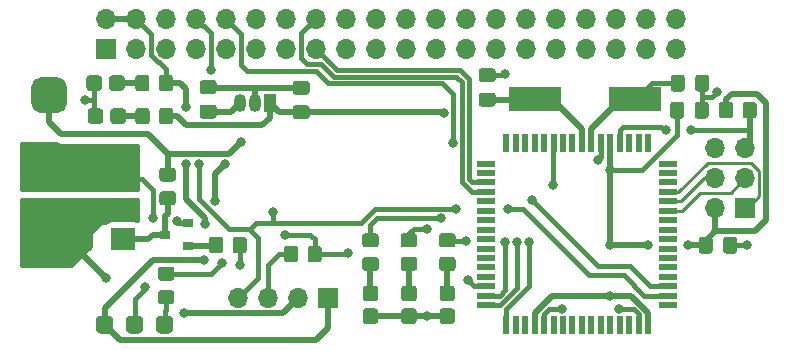
<source format=gbr>
%TF.GenerationSoftware,KiCad,Pcbnew,(5.1.9)-1*%
%TF.CreationDate,2021-04-18T22:54:53+10:00*%
%TF.ProjectId,FlightBridgePCB,466c6967-6874-4427-9269-646765504342,rev?*%
%TF.SameCoordinates,Original*%
%TF.FileFunction,Copper,L1,Top*%
%TF.FilePolarity,Positive*%
%FSLAX46Y46*%
G04 Gerber Fmt 4.6, Leading zero omitted, Abs format (unit mm)*
G04 Created by KiCad (PCBNEW (5.1.9)-1) date 2021-04-18 22:54:53*
%MOMM*%
%LPD*%
G01*
G04 APERTURE LIST*
%TA.AperFunction,SMDPad,CuDef*%
%ADD10R,0.550000X1.500000*%
%TD*%
%TA.AperFunction,SMDPad,CuDef*%
%ADD11R,1.500000X0.550000*%
%TD*%
%TA.AperFunction,ComponentPad*%
%ADD12O,1.700000X1.700000*%
%TD*%
%TA.AperFunction,ComponentPad*%
%ADD13R,1.700000X1.700000*%
%TD*%
%TA.AperFunction,SMDPad,CuDef*%
%ADD14R,0.900000X0.800000*%
%TD*%
%TA.AperFunction,ComponentPad*%
%ADD15O,2.000000X1.905000*%
%TD*%
%TA.AperFunction,ComponentPad*%
%ADD16R,2.000000X1.905000*%
%TD*%
%TA.AperFunction,ComponentPad*%
%ADD17R,1.050000X1.500000*%
%TD*%
%TA.AperFunction,ComponentPad*%
%ADD18O,1.050000X1.500000*%
%TD*%
%TA.AperFunction,SMDPad,CuDef*%
%ADD19R,4.500000X2.000000*%
%TD*%
%TA.AperFunction,ViaPad*%
%ADD20C,0.800000*%
%TD*%
%TA.AperFunction,Conductor*%
%ADD21C,0.508000*%
%TD*%
%TA.AperFunction,Conductor*%
%ADD22C,0.381000*%
%TD*%
%TA.AperFunction,Conductor*%
%ADD23C,0.254000*%
%TD*%
%TA.AperFunction,Conductor*%
%ADD24C,0.100000*%
%TD*%
G04 APERTURE END LIST*
%TO.P,C8,2*%
%TO.N,GND*%
%TA.AperFunction,SMDPad,CuDef*%
G36*
G01*
X170862500Y-89883000D02*
X170862500Y-88933000D01*
G75*
G02*
X171112500Y-88683000I250000J0D01*
G01*
X171787500Y-88683000D01*
G75*
G02*
X172037500Y-88933000I0J-250000D01*
G01*
X172037500Y-89883000D01*
G75*
G02*
X171787500Y-90133000I-250000J0D01*
G01*
X171112500Y-90133000D01*
G75*
G02*
X170862500Y-89883000I0J250000D01*
G01*
G37*
%TD.AperFunction*%
%TO.P,C8,1*%
%TO.N,+3V3*%
%TA.AperFunction,SMDPad,CuDef*%
G36*
G01*
X168787500Y-89883000D02*
X168787500Y-88933000D01*
G75*
G02*
X169037500Y-88683000I250000J0D01*
G01*
X169712500Y-88683000D01*
G75*
G02*
X169962500Y-88933000I0J-250000D01*
G01*
X169962500Y-89883000D01*
G75*
G02*
X169712500Y-90133000I-250000J0D01*
G01*
X169037500Y-90133000D01*
G75*
G02*
X168787500Y-89883000I0J250000D01*
G01*
G37*
%TD.AperFunction*%
%TD*%
%TO.P,C7,2*%
%TO.N,GND*%
%TA.AperFunction,SMDPad,CuDef*%
G36*
G01*
X168449500Y-78453000D02*
X168449500Y-77503000D01*
G75*
G02*
X168699500Y-77253000I250000J0D01*
G01*
X169374500Y-77253000D01*
G75*
G02*
X169624500Y-77503000I0J-250000D01*
G01*
X169624500Y-78453000D01*
G75*
G02*
X169374500Y-78703000I-250000J0D01*
G01*
X168699500Y-78703000D01*
G75*
G02*
X168449500Y-78453000I0J250000D01*
G01*
G37*
%TD.AperFunction*%
%TO.P,C7,1*%
%TO.N,+3V3*%
%TA.AperFunction,SMDPad,CuDef*%
G36*
G01*
X166374500Y-78453000D02*
X166374500Y-77503000D01*
G75*
G02*
X166624500Y-77253000I250000J0D01*
G01*
X167299500Y-77253000D01*
G75*
G02*
X167549500Y-77503000I0J-250000D01*
G01*
X167549500Y-78453000D01*
G75*
G02*
X167299500Y-78703000I-250000J0D01*
G01*
X166624500Y-78703000D01*
G75*
G02*
X166374500Y-78453000I0J250000D01*
G01*
G37*
%TD.AperFunction*%
%TD*%
D10*
%TO.P,U1,64*%
%TO.N,+3V3*%
X164500000Y-96200000D03*
%TO.P,U1,63*%
%TO.N,GND*%
X163700000Y-96200000D03*
%TO.P,U1,62*%
%TO.N,Net-(U1-Pad62)*%
X162900000Y-96200000D03*
%TO.P,U1,61*%
%TO.N,Net-(U1-Pad61)*%
X162100000Y-96200000D03*
%TO.P,U1,60*%
%TO.N,Net-(U1-Pad60)*%
X161300000Y-96200000D03*
%TO.P,U1,59*%
%TO.N,Net-(U1-Pad59)*%
X160500000Y-96200000D03*
%TO.P,U1,58*%
%TO.N,Net-(U1-Pad58)*%
X159700000Y-96200000D03*
%TO.P,U1,57*%
%TO.N,Net-(U1-Pad57)*%
X158900000Y-96200000D03*
%TO.P,U1,56*%
%TO.N,Net-(U1-Pad56)*%
X158100000Y-96200000D03*
%TO.P,U1,55*%
%TO.N,Net-(U1-Pad55)*%
X157300000Y-96200000D03*
%TO.P,U1,54*%
%TO.N,Net-(U1-Pad54)*%
X156500000Y-96200000D03*
%TO.P,U1,53*%
%TO.N,GND*%
X155700000Y-96200000D03*
%TO.P,U1,52*%
%TO.N,+3V3*%
X154900000Y-96200000D03*
%TO.P,U1,51*%
%TO.N,Net-(U1-Pad51)*%
X154100000Y-96200000D03*
%TO.P,U1,50*%
%TO.N,Net-(U1-Pad50)*%
X153300000Y-96200000D03*
%TO.P,U1,49*%
%TO.N,A*%
X152500000Y-96200000D03*
D11*
%TO.P,U1,48*%
%TO.N,R*%
X150800000Y-94500000D03*
%TO.P,U1,47*%
%TO.N,N*%
X150800000Y-93700000D03*
%TO.P,U1,46*%
%TO.N,~POWER_EN~*%
X150800000Y-92900000D03*
%TO.P,U1,45*%
%TO.N,Net-(U1-Pad45)*%
X150800000Y-92100000D03*
%TO.P,U1,44*%
%TO.N,Net-(U1-Pad44)*%
X150800000Y-91300000D03*
%TO.P,U1,43*%
%TO.N,Net-(U1-Pad43)*%
X150800000Y-90500000D03*
%TO.P,U1,42*%
%TO.N,Net-(U1-Pad42)*%
X150800000Y-89700000D03*
%TO.P,U1,41*%
%TO.N,Net-(U1-Pad41)*%
X150800000Y-88900000D03*
%TO.P,U1,40*%
%TO.N,Net-(U1-Pad40)*%
X150800000Y-88100000D03*
%TO.P,U1,39*%
%TO.N,Net-(U1-Pad39)*%
X150800000Y-87300000D03*
%TO.P,U1,38*%
%TO.N,Net-(U1-Pad38)*%
X150800000Y-86500000D03*
%TO.P,U1,37*%
%TO.N,Net-(U1-Pad37)*%
X150800000Y-85700000D03*
%TO.P,U1,36*%
%TO.N,SUPERVISOR_RESET*%
X150800000Y-84900000D03*
%TO.P,U1,35*%
%TO.N,ABORT*%
X150800000Y-84100000D03*
%TO.P,U1,34*%
%TO.N,Net-(U1-Pad34)*%
X150800000Y-83300000D03*
%TO.P,U1,33*%
%TO.N,Net-(U1-Pad33)*%
X150800000Y-82500000D03*
D10*
%TO.P,U1,32*%
%TO.N,Net-(U1-Pad32)*%
X152500000Y-80800000D03*
%TO.P,U1,31*%
%TO.N,Net-(U1-Pad31)*%
X153300000Y-80800000D03*
%TO.P,U1,30*%
%TO.N,Net-(U1-Pad30)*%
X154100000Y-80800000D03*
%TO.P,U1,29*%
%TO.N,Net-(U1-Pad29)*%
X154900000Y-80800000D03*
%TO.P,U1,28*%
%TO.N,Net-(U1-Pad28)*%
X155700000Y-80800000D03*
%TO.P,U1,27*%
%TO.N,UART_TELEM*%
X156500000Y-80800000D03*
%TO.P,U1,26*%
%TO.N,Net-(U1-Pad26)*%
X157300000Y-80800000D03*
%TO.P,U1,25*%
%TO.N,Net-(U1-Pad25)*%
X158100000Y-80800000D03*
%TO.P,U1,24*%
%TO.N,Net-(C1-Pad1)*%
X158900000Y-80800000D03*
%TO.P,U1,23*%
%TO.N,Net-(C2-Pad2)*%
X159700000Y-80800000D03*
%TO.P,U1,22*%
%TO.N,GND*%
X160500000Y-80800000D03*
%TO.P,U1,21*%
%TO.N,+3V3*%
X161300000Y-80800000D03*
%TO.P,U1,20*%
%TO.N,~RST~*%
X162100000Y-80800000D03*
%TO.P,U1,19*%
%TO.N,Net-(U1-Pad19)*%
X162900000Y-80800000D03*
%TO.P,U1,18*%
%TO.N,Net-(U1-Pad18)*%
X163700000Y-80800000D03*
%TO.P,U1,17*%
%TO.N,Net-(U1-Pad17)*%
X164500000Y-80800000D03*
D11*
%TO.P,U1,16*%
%TO.N,Net-(U1-Pad16)*%
X166200000Y-82500000D03*
%TO.P,U1,15*%
%TO.N,Net-(U1-Pad15)*%
X166200000Y-83300000D03*
%TO.P,U1,14*%
%TO.N,Net-(U1-Pad14)*%
X166200000Y-84100000D03*
%TO.P,U1,13*%
%TO.N,MISO*%
X166200000Y-84900000D03*
%TO.P,U1,12*%
%TO.N,MOSI*%
X166200000Y-85700000D03*
%TO.P,U1,11*%
%TO.N,SCK*%
X166200000Y-86500000D03*
%TO.P,U1,10*%
%TO.N,Net-(U1-Pad10)*%
X166200000Y-87300000D03*
%TO.P,U1,9*%
%TO.N,Net-(U1-Pad9)*%
X166200000Y-88100000D03*
%TO.P,U1,8*%
%TO.N,Net-(U1-Pad8)*%
X166200000Y-88900000D03*
%TO.P,U1,7*%
%TO.N,Net-(U1-Pad7)*%
X166200000Y-89700000D03*
%TO.P,U1,6*%
%TO.N,Net-(U1-Pad6)*%
X166200000Y-90500000D03*
%TO.P,U1,5*%
%TO.N,Net-(U1-Pad5)*%
X166200000Y-91300000D03*
%TO.P,U1,4*%
%TO.N,Net-(U1-Pad4)*%
X166200000Y-92100000D03*
%TO.P,U1,3*%
%TO.N,UART_TELEM_PI*%
X166200000Y-92900000D03*
%TO.P,U1,2*%
%TO.N,UART_SBUS*%
X166200000Y-93700000D03*
%TO.P,U1,1*%
%TO.N,Net-(U1-Pad1)*%
X166200000Y-94500000D03*
%TD*%
D12*
%TO.P,J3,4*%
%TO.N,UART_SBUS*%
X129794000Y-93853000D03*
%TO.P,J3,3*%
%TO.N,UART_TELEM_FC*%
X132334000Y-93853000D03*
%TO.P,J3,2*%
%TO.N,GND1*%
X134874000Y-93853000D03*
D13*
%TO.P,J3,1*%
%TO.N,+5V*%
X137414000Y-93853000D03*
%TD*%
%TO.P,C4,2*%
%TO.N,GND*%
%TA.AperFunction,SMDPad,CuDef*%
G36*
G01*
X135603000Y-76665500D02*
X134653000Y-76665500D01*
G75*
G02*
X134403000Y-76415500I0J250000D01*
G01*
X134403000Y-75740500D01*
G75*
G02*
X134653000Y-75490500I250000J0D01*
G01*
X135603000Y-75490500D01*
G75*
G02*
X135853000Y-75740500I0J-250000D01*
G01*
X135853000Y-76415500D01*
G75*
G02*
X135603000Y-76665500I-250000J0D01*
G01*
G37*
%TD.AperFunction*%
%TO.P,C4,1*%
%TO.N,+3V3*%
%TA.AperFunction,SMDPad,CuDef*%
G36*
G01*
X135603000Y-78740500D02*
X134653000Y-78740500D01*
G75*
G02*
X134403000Y-78490500I0J250000D01*
G01*
X134403000Y-77815500D01*
G75*
G02*
X134653000Y-77565500I250000J0D01*
G01*
X135603000Y-77565500D01*
G75*
G02*
X135853000Y-77815500I0J-250000D01*
G01*
X135853000Y-78490500D01*
G75*
G02*
X135603000Y-78740500I-250000J0D01*
G01*
G37*
%TD.AperFunction*%
%TD*%
%TO.P,C3,2*%
%TO.N,GND*%
%TA.AperFunction,SMDPad,CuDef*%
G36*
G01*
X127729000Y-76612500D02*
X126779000Y-76612500D01*
G75*
G02*
X126529000Y-76362500I0J250000D01*
G01*
X126529000Y-75687500D01*
G75*
G02*
X126779000Y-75437500I250000J0D01*
G01*
X127729000Y-75437500D01*
G75*
G02*
X127979000Y-75687500I0J-250000D01*
G01*
X127979000Y-76362500D01*
G75*
G02*
X127729000Y-76612500I-250000J0D01*
G01*
G37*
%TD.AperFunction*%
%TO.P,C3,1*%
%TO.N,Vin*%
%TA.AperFunction,SMDPad,CuDef*%
G36*
G01*
X127729000Y-78687500D02*
X126779000Y-78687500D01*
G75*
G02*
X126529000Y-78437500I0J250000D01*
G01*
X126529000Y-77762500D01*
G75*
G02*
X126779000Y-77512500I250000J0D01*
G01*
X127729000Y-77512500D01*
G75*
G02*
X127979000Y-77762500I0J-250000D01*
G01*
X127979000Y-78437500D01*
G75*
G02*
X127729000Y-78687500I-250000J0D01*
G01*
G37*
%TD.AperFunction*%
%TD*%
D14*
%TO.P,Q2,3*%
%TO.N,Net-(Q1-Pad1)*%
X123587000Y-88519000D03*
%TO.P,Q2,2*%
%TO.N,GND*%
X125587000Y-87569000D03*
%TO.P,Q2,1*%
%TO.N,Net-(Q2-Pad1)*%
X125587000Y-89469000D03*
%TD*%
%TO.P,J4,3*%
%TO.N,UART_TELEM_EXT*%
%TA.AperFunction,SMDPad,CuDef*%
G36*
G01*
X122821000Y-96514000D02*
X122821000Y-95764000D01*
G75*
G02*
X123196000Y-95389000I375000J0D01*
G01*
X123946000Y-95389000D01*
G75*
G02*
X124321000Y-95764000I0J-375000D01*
G01*
X124321000Y-96514000D01*
G75*
G02*
X123946000Y-96889000I-375000J0D01*
G01*
X123196000Y-96889000D01*
G75*
G02*
X122821000Y-96514000I0J375000D01*
G01*
G37*
%TD.AperFunction*%
%TO.P,J4,2*%
%TO.N,GND*%
%TA.AperFunction,SMDPad,CuDef*%
G36*
G01*
X120281000Y-96514000D02*
X120281000Y-95764000D01*
G75*
G02*
X120656000Y-95389000I375000J0D01*
G01*
X121406000Y-95389000D01*
G75*
G02*
X121781000Y-95764000I0J-375000D01*
G01*
X121781000Y-96514000D01*
G75*
G02*
X121406000Y-96889000I-375000J0D01*
G01*
X120656000Y-96889000D01*
G75*
G02*
X120281000Y-96514000I0J375000D01*
G01*
G37*
%TD.AperFunction*%
%TO.P,J4,1*%
%TO.N,+5V*%
%TA.AperFunction,SMDPad,CuDef*%
G36*
G01*
X117741000Y-96514000D02*
X117741000Y-95764000D01*
G75*
G02*
X118116000Y-95389000I375000J0D01*
G01*
X118866000Y-95389000D01*
G75*
G02*
X119241000Y-95764000I0J-375000D01*
G01*
X119241000Y-96514000D01*
G75*
G02*
X118866000Y-96889000I-375000J0D01*
G01*
X118116000Y-96889000D01*
G75*
G02*
X117741000Y-96514000I0J375000D01*
G01*
G37*
%TD.AperFunction*%
%TD*%
%TO.P,J5,3*%
%TO.N,Vin*%
%TA.AperFunction,ComponentPad*%
G36*
G01*
X114542000Y-78208000D02*
X113042000Y-78208000D01*
G75*
G02*
X112292000Y-77458000I0J750000D01*
G01*
X112292000Y-75958000D01*
G75*
G02*
X113042000Y-75208000I750000J0D01*
G01*
X114542000Y-75208000D01*
G75*
G02*
X115292000Y-75958000I0J-750000D01*
G01*
X115292000Y-77458000D01*
G75*
G02*
X114542000Y-78208000I-750000J0D01*
G01*
G37*
%TD.AperFunction*%
%TO.P,J5,2*%
%TO.N,GND*%
%TA.AperFunction,ComponentPad*%
G36*
G01*
X114542000Y-84558000D02*
X113042000Y-84558000D01*
G75*
G02*
X112292000Y-83808000I0J750000D01*
G01*
X112292000Y-82308000D01*
G75*
G02*
X113042000Y-81558000I750000J0D01*
G01*
X114542000Y-81558000D01*
G75*
G02*
X115292000Y-82308000I0J-750000D01*
G01*
X115292000Y-83808000D01*
G75*
G02*
X114542000Y-84558000I-750000J0D01*
G01*
G37*
%TD.AperFunction*%
%TO.P,J5,1*%
%TO.N,GND1*%
%TA.AperFunction,ComponentPad*%
G36*
G01*
X114542000Y-90908000D02*
X113042000Y-90908000D01*
G75*
G02*
X112292000Y-90158000I0J750000D01*
G01*
X112292000Y-88658000D01*
G75*
G02*
X113042000Y-87908000I750000J0D01*
G01*
X114542000Y-87908000D01*
G75*
G02*
X115292000Y-88658000I0J-750000D01*
G01*
X115292000Y-90158000D01*
G75*
G02*
X114542000Y-90908000I-750000J0D01*
G01*
G37*
%TD.AperFunction*%
%TD*%
D15*
%TO.P,Q1,3*%
%TO.N,GND*%
X120015000Y-83820000D03*
%TO.P,Q1,2*%
%TO.N,GND1*%
X120015000Y-86360000D03*
D16*
%TO.P,Q1,1*%
%TO.N,Net-(Q1-Pad1)*%
X120015000Y-88900000D03*
%TD*%
%TO.P,R10,2*%
%TO.N,~POWER_EN~*%
%TA.AperFunction,SMDPad,CuDef*%
G36*
G01*
X129321000Y-89858001D02*
X129321000Y-88957999D01*
G75*
G02*
X129570999Y-88708000I249999J0D01*
G01*
X130271001Y-88708000D01*
G75*
G02*
X130521000Y-88957999I0J-249999D01*
G01*
X130521000Y-89858001D01*
G75*
G02*
X130271001Y-90108000I-249999J0D01*
G01*
X129570999Y-90108000D01*
G75*
G02*
X129321000Y-89858001I0J249999D01*
G01*
G37*
%TD.AperFunction*%
%TO.P,R10,1*%
%TO.N,Net-(Q2-Pad1)*%
%TA.AperFunction,SMDPad,CuDef*%
G36*
G01*
X127321000Y-89858001D02*
X127321000Y-88957999D01*
G75*
G02*
X127570999Y-88708000I249999J0D01*
G01*
X128271001Y-88708000D01*
G75*
G02*
X128521000Y-88957999I0J-249999D01*
G01*
X128521000Y-89858001D01*
G75*
G02*
X128271001Y-90108000I-249999J0D01*
G01*
X127570999Y-90108000D01*
G75*
G02*
X127321000Y-89858001I0J249999D01*
G01*
G37*
%TD.AperFunction*%
%TD*%
%TO.P,R9,2*%
%TO.N,Net-(Q1-Pad1)*%
%TA.AperFunction,SMDPad,CuDef*%
G36*
G01*
X123374999Y-84839000D02*
X124275001Y-84839000D01*
G75*
G02*
X124525000Y-85088999I0J-249999D01*
G01*
X124525000Y-85789001D01*
G75*
G02*
X124275001Y-86039000I-249999J0D01*
G01*
X123374999Y-86039000D01*
G75*
G02*
X123125000Y-85789001I0J249999D01*
G01*
X123125000Y-85088999D01*
G75*
G02*
X123374999Y-84839000I249999J0D01*
G01*
G37*
%TD.AperFunction*%
%TO.P,R9,1*%
%TO.N,Vin*%
%TA.AperFunction,SMDPad,CuDef*%
G36*
G01*
X123374999Y-82839000D02*
X124275001Y-82839000D01*
G75*
G02*
X124525000Y-83088999I0J-249999D01*
G01*
X124525000Y-83789001D01*
G75*
G02*
X124275001Y-84039000I-249999J0D01*
G01*
X123374999Y-84039000D01*
G75*
G02*
X123125000Y-83789001I0J249999D01*
G01*
X123125000Y-83088999D01*
G75*
G02*
X123374999Y-82839000I249999J0D01*
G01*
G37*
%TD.AperFunction*%
%TD*%
D17*
%TO.P,U2,1*%
%TO.N,+3V3*%
X132461000Y-77343000D03*
D18*
%TO.P,U2,3*%
%TO.N,Vin*%
X129921000Y-77343000D03*
%TO.P,U2,2*%
%TO.N,GND*%
X131191000Y-77343000D03*
%TD*%
D12*
%TO.P,J2,6*%
%TO.N,GND*%
X170210000Y-81170000D03*
%TO.P,J2,5*%
%TO.N,~RST~*%
X172750000Y-81170000D03*
%TO.P,J2,4*%
%TO.N,MOSI*%
X170210000Y-83710000D03*
%TO.P,J2,3*%
%TO.N,SCK*%
X172750000Y-83710000D03*
%TO.P,J2,2*%
%TO.N,+3V3*%
X170210000Y-86250000D03*
D13*
%TO.P,J2,1*%
%TO.N,MISO*%
X172750000Y-86250000D03*
%TD*%
%TO.P,R8,2*%
%TO.N,UART_TELEM_EXT*%
%TA.AperFunction,SMDPad,CuDef*%
G36*
G01*
X123247999Y-93221000D02*
X124148001Y-93221000D01*
G75*
G02*
X124398000Y-93470999I0J-249999D01*
G01*
X124398000Y-94171001D01*
G75*
G02*
X124148001Y-94421000I-249999J0D01*
G01*
X123247999Y-94421000D01*
G75*
G02*
X122998000Y-94171001I0J249999D01*
G01*
X122998000Y-93470999D01*
G75*
G02*
X123247999Y-93221000I249999J0D01*
G01*
G37*
%TD.AperFunction*%
%TO.P,R8,1*%
%TO.N,UART_TELEM*%
%TA.AperFunction,SMDPad,CuDef*%
G36*
G01*
X123247999Y-91221000D02*
X124148001Y-91221000D01*
G75*
G02*
X124398000Y-91470999I0J-249999D01*
G01*
X124398000Y-92171001D01*
G75*
G02*
X124148001Y-92421000I-249999J0D01*
G01*
X123247999Y-92421000D01*
G75*
G02*
X122998000Y-92171001I0J249999D01*
G01*
X122998000Y-91470999D01*
G75*
G02*
X123247999Y-91221000I249999J0D01*
G01*
G37*
%TD.AperFunction*%
%TD*%
%TO.P,R7,2*%
%TO.N,UART_TELEM*%
%TA.AperFunction,SMDPad,CuDef*%
G36*
G01*
X135671000Y-90620001D02*
X135671000Y-89719999D01*
G75*
G02*
X135920999Y-89470000I249999J0D01*
G01*
X136621001Y-89470000D01*
G75*
G02*
X136871000Y-89719999I0J-249999D01*
G01*
X136871000Y-90620001D01*
G75*
G02*
X136621001Y-90870000I-249999J0D01*
G01*
X135920999Y-90870000D01*
G75*
G02*
X135671000Y-90620001I0J249999D01*
G01*
G37*
%TD.AperFunction*%
%TO.P,R7,1*%
%TO.N,UART_TELEM_FC*%
%TA.AperFunction,SMDPad,CuDef*%
G36*
G01*
X133671000Y-90620001D02*
X133671000Y-89719999D01*
G75*
G02*
X133920999Y-89470000I249999J0D01*
G01*
X134621001Y-89470000D01*
G75*
G02*
X134871000Y-89719999I0J-249999D01*
G01*
X134871000Y-90620001D01*
G75*
G02*
X134621001Y-90870000I-249999J0D01*
G01*
X133920999Y-90870000D01*
G75*
G02*
X133671000Y-90620001I0J249999D01*
G01*
G37*
%TD.AperFunction*%
%TD*%
%TO.P,R6,2*%
%TO.N,Net-(D5-Pad2)*%
%TA.AperFunction,SMDPad,CuDef*%
G36*
G01*
X122282000Y-75241999D02*
X122282000Y-76142001D01*
G75*
G02*
X122032001Y-76392000I-249999J0D01*
G01*
X121331999Y-76392000D01*
G75*
G02*
X121082000Y-76142001I0J249999D01*
G01*
X121082000Y-75241999D01*
G75*
G02*
X121331999Y-74992000I249999J0D01*
G01*
X122032001Y-74992000D01*
G75*
G02*
X122282000Y-75241999I0J-249999D01*
G01*
G37*
%TD.AperFunction*%
%TO.P,R6,1*%
%TO.N,+5V*%
%TA.AperFunction,SMDPad,CuDef*%
G36*
G01*
X124282000Y-75241999D02*
X124282000Y-76142001D01*
G75*
G02*
X124032001Y-76392000I-249999J0D01*
G01*
X123331999Y-76392000D01*
G75*
G02*
X123082000Y-76142001I0J249999D01*
G01*
X123082000Y-75241999D01*
G75*
G02*
X123331999Y-74992000I249999J0D01*
G01*
X124032001Y-74992000D01*
G75*
G02*
X124282000Y-75241999I0J-249999D01*
G01*
G37*
%TD.AperFunction*%
%TD*%
%TO.P,R5,2*%
%TO.N,Net-(D4-Pad2)*%
%TA.AperFunction,SMDPad,CuDef*%
G36*
G01*
X122298000Y-78035999D02*
X122298000Y-78936001D01*
G75*
G02*
X122048001Y-79186000I-249999J0D01*
G01*
X121347999Y-79186000D01*
G75*
G02*
X121098000Y-78936001I0J249999D01*
G01*
X121098000Y-78035999D01*
G75*
G02*
X121347999Y-77786000I249999J0D01*
G01*
X122048001Y-77786000D01*
G75*
G02*
X122298000Y-78035999I0J-249999D01*
G01*
G37*
%TD.AperFunction*%
%TO.P,R5,1*%
%TO.N,+3V3*%
%TA.AperFunction,SMDPad,CuDef*%
G36*
G01*
X124298000Y-78035999D02*
X124298000Y-78936001D01*
G75*
G02*
X124048001Y-79186000I-249999J0D01*
G01*
X123347999Y-79186000D01*
G75*
G02*
X123098000Y-78936001I0J249999D01*
G01*
X123098000Y-78035999D01*
G75*
G02*
X123347999Y-77786000I249999J0D01*
G01*
X124048001Y-77786000D01*
G75*
G02*
X124298000Y-78035999I0J-249999D01*
G01*
G37*
%TD.AperFunction*%
%TD*%
%TO.P,R4,2*%
%TO.N,Net-(D3-Pad2)*%
%TA.AperFunction,SMDPad,CuDef*%
G36*
G01*
X147049999Y-90400000D02*
X147950001Y-90400000D01*
G75*
G02*
X148200000Y-90649999I0J-249999D01*
G01*
X148200000Y-91350001D01*
G75*
G02*
X147950001Y-91600000I-249999J0D01*
G01*
X147049999Y-91600000D01*
G75*
G02*
X146800000Y-91350001I0J249999D01*
G01*
X146800000Y-90649999D01*
G75*
G02*
X147049999Y-90400000I249999J0D01*
G01*
G37*
%TD.AperFunction*%
%TO.P,R4,1*%
%TO.N,N*%
%TA.AperFunction,SMDPad,CuDef*%
G36*
G01*
X147049999Y-88400000D02*
X147950001Y-88400000D01*
G75*
G02*
X148200000Y-88649999I0J-249999D01*
G01*
X148200000Y-89350001D01*
G75*
G02*
X147950001Y-89600000I-249999J0D01*
G01*
X147049999Y-89600000D01*
G75*
G02*
X146800000Y-89350001I0J249999D01*
G01*
X146800000Y-88649999D01*
G75*
G02*
X147049999Y-88400000I249999J0D01*
G01*
G37*
%TD.AperFunction*%
%TD*%
%TO.P,R3,2*%
%TO.N,Net-(D2-Pad2)*%
%TA.AperFunction,SMDPad,CuDef*%
G36*
G01*
X143803999Y-90400000D02*
X144704001Y-90400000D01*
G75*
G02*
X144954000Y-90649999I0J-249999D01*
G01*
X144954000Y-91350001D01*
G75*
G02*
X144704001Y-91600000I-249999J0D01*
G01*
X143803999Y-91600000D01*
G75*
G02*
X143554000Y-91350001I0J249999D01*
G01*
X143554000Y-90649999D01*
G75*
G02*
X143803999Y-90400000I249999J0D01*
G01*
G37*
%TD.AperFunction*%
%TO.P,R3,1*%
%TO.N,R*%
%TA.AperFunction,SMDPad,CuDef*%
G36*
G01*
X143803999Y-88400000D02*
X144704001Y-88400000D01*
G75*
G02*
X144954000Y-88649999I0J-249999D01*
G01*
X144954000Y-89350001D01*
G75*
G02*
X144704001Y-89600000I-249999J0D01*
G01*
X143803999Y-89600000D01*
G75*
G02*
X143554000Y-89350001I0J249999D01*
G01*
X143554000Y-88649999D01*
G75*
G02*
X143803999Y-88400000I249999J0D01*
G01*
G37*
%TD.AperFunction*%
%TD*%
%TO.P,R2,2*%
%TO.N,Net-(D1-Pad2)*%
%TA.AperFunction,SMDPad,CuDef*%
G36*
G01*
X140549999Y-90400000D02*
X141450001Y-90400000D01*
G75*
G02*
X141700000Y-90649999I0J-249999D01*
G01*
X141700000Y-91350001D01*
G75*
G02*
X141450001Y-91600000I-249999J0D01*
G01*
X140549999Y-91600000D01*
G75*
G02*
X140300000Y-91350001I0J249999D01*
G01*
X140300000Y-90649999D01*
G75*
G02*
X140549999Y-90400000I249999J0D01*
G01*
G37*
%TD.AperFunction*%
%TO.P,R2,1*%
%TO.N,A*%
%TA.AperFunction,SMDPad,CuDef*%
G36*
G01*
X140549999Y-88400000D02*
X141450001Y-88400000D01*
G75*
G02*
X141700000Y-88649999I0J-249999D01*
G01*
X141700000Y-89350001D01*
G75*
G02*
X141450001Y-89600000I-249999J0D01*
G01*
X140549999Y-89600000D01*
G75*
G02*
X140300000Y-89350001I0J249999D01*
G01*
X140300000Y-88649999D01*
G75*
G02*
X140549999Y-88400000I249999J0D01*
G01*
G37*
%TD.AperFunction*%
%TD*%
%TO.P,D5,2*%
%TO.N,Net-(D5-Pad2)*%
%TA.AperFunction,SMDPad,CuDef*%
G36*
G01*
X118864500Y-76092001D02*
X118864500Y-75291999D01*
G75*
G02*
X119114499Y-75042000I249999J0D01*
G01*
X119939501Y-75042000D01*
G75*
G02*
X120189500Y-75291999I0J-249999D01*
G01*
X120189500Y-76092001D01*
G75*
G02*
X119939501Y-76342000I-249999J0D01*
G01*
X119114499Y-76342000D01*
G75*
G02*
X118864500Y-76092001I0J249999D01*
G01*
G37*
%TD.AperFunction*%
%TO.P,D5,1*%
%TO.N,GND*%
%TA.AperFunction,SMDPad,CuDef*%
G36*
G01*
X116939500Y-76092001D02*
X116939500Y-75291999D01*
G75*
G02*
X117189499Y-75042000I249999J0D01*
G01*
X118014501Y-75042000D01*
G75*
G02*
X118264500Y-75291999I0J-249999D01*
G01*
X118264500Y-76092001D01*
G75*
G02*
X118014501Y-76342000I-249999J0D01*
G01*
X117189499Y-76342000D01*
G75*
G02*
X116939500Y-76092001I0J249999D01*
G01*
G37*
%TD.AperFunction*%
%TD*%
%TO.P,D4,2*%
%TO.N,Net-(D4-Pad2)*%
%TA.AperFunction,SMDPad,CuDef*%
G36*
G01*
X118971500Y-78886001D02*
X118971500Y-78085999D01*
G75*
G02*
X119221499Y-77836000I249999J0D01*
G01*
X120046501Y-77836000D01*
G75*
G02*
X120296500Y-78085999I0J-249999D01*
G01*
X120296500Y-78886001D01*
G75*
G02*
X120046501Y-79136000I-249999J0D01*
G01*
X119221499Y-79136000D01*
G75*
G02*
X118971500Y-78886001I0J249999D01*
G01*
G37*
%TD.AperFunction*%
%TO.P,D4,1*%
%TO.N,GND*%
%TA.AperFunction,SMDPad,CuDef*%
G36*
G01*
X117046500Y-78886001D02*
X117046500Y-78085999D01*
G75*
G02*
X117296499Y-77836000I249999J0D01*
G01*
X118121501Y-77836000D01*
G75*
G02*
X118371500Y-78085999I0J-249999D01*
G01*
X118371500Y-78886001D01*
G75*
G02*
X118121501Y-79136000I-249999J0D01*
G01*
X117296499Y-79136000D01*
G75*
G02*
X117046500Y-78886001I0J249999D01*
G01*
G37*
%TD.AperFunction*%
%TD*%
%TO.P,D3,2*%
%TO.N,Net-(D3-Pad2)*%
%TA.AperFunction,SMDPad,CuDef*%
G36*
G01*
X147900001Y-94162500D02*
X147099999Y-94162500D01*
G75*
G02*
X146850000Y-93912501I0J249999D01*
G01*
X146850000Y-93087499D01*
G75*
G02*
X147099999Y-92837500I249999J0D01*
G01*
X147900001Y-92837500D01*
G75*
G02*
X148150000Y-93087499I0J-249999D01*
G01*
X148150000Y-93912501D01*
G75*
G02*
X147900001Y-94162500I-249999J0D01*
G01*
G37*
%TD.AperFunction*%
%TO.P,D3,1*%
%TO.N,GND*%
%TA.AperFunction,SMDPad,CuDef*%
G36*
G01*
X147900001Y-96087500D02*
X147099999Y-96087500D01*
G75*
G02*
X146850000Y-95837501I0J249999D01*
G01*
X146850000Y-95012499D01*
G75*
G02*
X147099999Y-94762500I249999J0D01*
G01*
X147900001Y-94762500D01*
G75*
G02*
X148150000Y-95012499I0J-249999D01*
G01*
X148150000Y-95837501D01*
G75*
G02*
X147900001Y-96087500I-249999J0D01*
G01*
G37*
%TD.AperFunction*%
%TD*%
%TO.P,D2,2*%
%TO.N,Net-(D2-Pad2)*%
%TA.AperFunction,SMDPad,CuDef*%
G36*
G01*
X144654001Y-94162500D02*
X143853999Y-94162500D01*
G75*
G02*
X143604000Y-93912501I0J249999D01*
G01*
X143604000Y-93087499D01*
G75*
G02*
X143853999Y-92837500I249999J0D01*
G01*
X144654001Y-92837500D01*
G75*
G02*
X144904000Y-93087499I0J-249999D01*
G01*
X144904000Y-93912501D01*
G75*
G02*
X144654001Y-94162500I-249999J0D01*
G01*
G37*
%TD.AperFunction*%
%TO.P,D2,1*%
%TO.N,GND*%
%TA.AperFunction,SMDPad,CuDef*%
G36*
G01*
X144654001Y-96087500D02*
X143853999Y-96087500D01*
G75*
G02*
X143604000Y-95837501I0J249999D01*
G01*
X143604000Y-95012499D01*
G75*
G02*
X143853999Y-94762500I249999J0D01*
G01*
X144654001Y-94762500D01*
G75*
G02*
X144904000Y-95012499I0J-249999D01*
G01*
X144904000Y-95837501D01*
G75*
G02*
X144654001Y-96087500I-249999J0D01*
G01*
G37*
%TD.AperFunction*%
%TD*%
%TO.P,D1,2*%
%TO.N,Net-(D1-Pad2)*%
%TA.AperFunction,SMDPad,CuDef*%
G36*
G01*
X141400001Y-94162500D02*
X140599999Y-94162500D01*
G75*
G02*
X140350000Y-93912501I0J249999D01*
G01*
X140350000Y-93087499D01*
G75*
G02*
X140599999Y-92837500I249999J0D01*
G01*
X141400001Y-92837500D01*
G75*
G02*
X141650000Y-93087499I0J-249999D01*
G01*
X141650000Y-93912501D01*
G75*
G02*
X141400001Y-94162500I-249999J0D01*
G01*
G37*
%TD.AperFunction*%
%TO.P,D1,1*%
%TO.N,GND*%
%TA.AperFunction,SMDPad,CuDef*%
G36*
G01*
X141400001Y-96087500D02*
X140599999Y-96087500D01*
G75*
G02*
X140350000Y-95837501I0J249999D01*
G01*
X140350000Y-95012499D01*
G75*
G02*
X140599999Y-94762500I249999J0D01*
G01*
X141400001Y-94762500D01*
G75*
G02*
X141650000Y-95012499I0J-249999D01*
G01*
X141650000Y-95837501D01*
G75*
G02*
X141400001Y-96087500I-249999J0D01*
G01*
G37*
%TD.AperFunction*%
%TD*%
D19*
%TO.P,Y1,2*%
%TO.N,Net-(C2-Pad2)*%
X163389000Y-77000000D03*
%TO.P,Y1,1*%
%TO.N,Net-(C1-Pad1)*%
X154889000Y-77000000D03*
%TD*%
%TO.P,R1,2*%
%TO.N,~RST~*%
%TA.AperFunction,SMDPad,CuDef*%
G36*
G01*
X172501000Y-78428001D02*
X172501000Y-77527999D01*
G75*
G02*
X172750999Y-77278000I249999J0D01*
G01*
X173451001Y-77278000D01*
G75*
G02*
X173701000Y-77527999I0J-249999D01*
G01*
X173701000Y-78428001D01*
G75*
G02*
X173451001Y-78678000I-249999J0D01*
G01*
X172750999Y-78678000D01*
G75*
G02*
X172501000Y-78428001I0J249999D01*
G01*
G37*
%TD.AperFunction*%
%TO.P,R1,1*%
%TO.N,+3V3*%
%TA.AperFunction,SMDPad,CuDef*%
G36*
G01*
X170501000Y-78428001D02*
X170501000Y-77527999D01*
G75*
G02*
X170750999Y-77278000I249999J0D01*
G01*
X171451001Y-77278000D01*
G75*
G02*
X171701000Y-77527999I0J-249999D01*
G01*
X171701000Y-78428001D01*
G75*
G02*
X171451001Y-78678000I-249999J0D01*
G01*
X170750999Y-78678000D01*
G75*
G02*
X170501000Y-78428001I0J249999D01*
G01*
G37*
%TD.AperFunction*%
%TD*%
D12*
%TO.P,J1,40*%
%TO.N,Net-(J1-Pad40)*%
X166878000Y-70234000D03*
%TO.P,J1,39*%
%TO.N,GND1*%
X166878000Y-72774000D03*
%TO.P,J1,38*%
%TO.N,Net-(J1-Pad38)*%
X164338000Y-70234000D03*
%TO.P,J1,37*%
%TO.N,Net-(J1-Pad37)*%
X164338000Y-72774000D03*
%TO.P,J1,36*%
%TO.N,Net-(J1-Pad36)*%
X161798000Y-70234000D03*
%TO.P,J1,35*%
%TO.N,Net-(J1-Pad35)*%
X161798000Y-72774000D03*
%TO.P,J1,34*%
%TO.N,GND1*%
X159258000Y-70234000D03*
%TO.P,J1,33*%
%TO.N,Net-(J1-Pad33)*%
X159258000Y-72774000D03*
%TO.P,J1,32*%
%TO.N,Net-(J1-Pad32)*%
X156718000Y-70234000D03*
%TO.P,J1,31*%
%TO.N,Net-(J1-Pad31)*%
X156718000Y-72774000D03*
%TO.P,J1,30*%
%TO.N,GND1*%
X154178000Y-70234000D03*
%TO.P,J1,29*%
%TO.N,Net-(J1-Pad29)*%
X154178000Y-72774000D03*
%TO.P,J1,28*%
%TO.N,Net-(J1-Pad28)*%
X151638000Y-70234000D03*
%TO.P,J1,27*%
%TO.N,Net-(J1-Pad27)*%
X151638000Y-72774000D03*
%TO.P,J1,26*%
%TO.N,Net-(J1-Pad26)*%
X149098000Y-70234000D03*
%TO.P,J1,25*%
%TO.N,GND1*%
X149098000Y-72774000D03*
%TO.P,J1,24*%
%TO.N,Net-(J1-Pad24)*%
X146558000Y-70234000D03*
%TO.P,J1,23*%
%TO.N,Net-(J1-Pad23)*%
X146558000Y-72774000D03*
%TO.P,J1,22*%
%TO.N,Net-(J1-Pad22)*%
X144018000Y-70234000D03*
%TO.P,J1,21*%
%TO.N,Net-(J1-Pad21)*%
X144018000Y-72774000D03*
%TO.P,J1,20*%
%TO.N,GND1*%
X141478000Y-70234000D03*
%TO.P,J1,19*%
%TO.N,Net-(J1-Pad19)*%
X141478000Y-72774000D03*
%TO.P,J1,18*%
%TO.N,Net-(J1-Pad18)*%
X138938000Y-70234000D03*
%TO.P,J1,17*%
%TO.N,Net-(J1-Pad17)*%
X138938000Y-72774000D03*
%TO.P,J1,16*%
%TO.N,SUPERVISOR_RESET*%
X136398000Y-70234000D03*
%TO.P,J1,15*%
%TO.N,ABORT*%
X136398000Y-72774000D03*
%TO.P,J1,14*%
%TO.N,GND1*%
X133858000Y-70234000D03*
%TO.P,J1,13*%
%TO.N,Net-(J1-Pad13)*%
X133858000Y-72774000D03*
%TO.P,J1,12*%
%TO.N,Net-(J1-Pad12)*%
X131318000Y-70234000D03*
%TO.P,J1,11*%
%TO.N,Net-(J1-Pad11)*%
X131318000Y-72774000D03*
%TO.P,J1,10*%
%TO.N,UART_TELEM_PI*%
X128778000Y-70234000D03*
%TO.P,J1,9*%
%TO.N,GND1*%
X128778000Y-72774000D03*
%TO.P,J1,8*%
%TO.N,UART_SBUS*%
X126238000Y-70234000D03*
%TO.P,J1,7*%
%TO.N,Net-(J1-Pad7)*%
X126238000Y-72774000D03*
%TO.P,J1,6*%
%TO.N,GND1*%
X123698000Y-70234000D03*
%TO.P,J1,5*%
%TO.N,Net-(J1-Pad5)*%
X123698000Y-72774000D03*
%TO.P,J1,4*%
%TO.N,+5V*%
X121158000Y-70234000D03*
%TO.P,J1,3*%
%TO.N,Net-(J1-Pad3)*%
X121158000Y-72774000D03*
%TO.P,J1,2*%
%TO.N,+5V*%
X118618000Y-70234000D03*
D13*
%TO.P,J1,1*%
%TO.N,Net-(J1-Pad1)*%
X118618000Y-72774000D03*
%TD*%
%TO.P,C2,2*%
%TO.N,Net-(C2-Pad2)*%
%TA.AperFunction,SMDPad,CuDef*%
G36*
G01*
X167592500Y-75217000D02*
X167592500Y-76167000D01*
G75*
G02*
X167342500Y-76417000I-250000J0D01*
G01*
X166667500Y-76417000D01*
G75*
G02*
X166417500Y-76167000I0J250000D01*
G01*
X166417500Y-75217000D01*
G75*
G02*
X166667500Y-74967000I250000J0D01*
G01*
X167342500Y-74967000D01*
G75*
G02*
X167592500Y-75217000I0J-250000D01*
G01*
G37*
%TD.AperFunction*%
%TO.P,C2,1*%
%TO.N,GND*%
%TA.AperFunction,SMDPad,CuDef*%
G36*
G01*
X169667500Y-75217000D02*
X169667500Y-76167000D01*
G75*
G02*
X169417500Y-76417000I-250000J0D01*
G01*
X168742500Y-76417000D01*
G75*
G02*
X168492500Y-76167000I0J250000D01*
G01*
X168492500Y-75217000D01*
G75*
G02*
X168742500Y-74967000I250000J0D01*
G01*
X169417500Y-74967000D01*
G75*
G02*
X169667500Y-75217000I0J-250000D01*
G01*
G37*
%TD.AperFunction*%
%TD*%
%TO.P,C1,2*%
%TO.N,GND*%
%TA.AperFunction,SMDPad,CuDef*%
G36*
G01*
X151351000Y-75601500D02*
X150401000Y-75601500D01*
G75*
G02*
X150151000Y-75351500I0J250000D01*
G01*
X150151000Y-74676500D01*
G75*
G02*
X150401000Y-74426500I250000J0D01*
G01*
X151351000Y-74426500D01*
G75*
G02*
X151601000Y-74676500I0J-250000D01*
G01*
X151601000Y-75351500D01*
G75*
G02*
X151351000Y-75601500I-250000J0D01*
G01*
G37*
%TD.AperFunction*%
%TO.P,C1,1*%
%TO.N,Net-(C1-Pad1)*%
%TA.AperFunction,SMDPad,CuDef*%
G36*
G01*
X151351000Y-77676500D02*
X150401000Y-77676500D01*
G75*
G02*
X150151000Y-77426500I0J250000D01*
G01*
X150151000Y-76751500D01*
G75*
G02*
X150401000Y-76501500I250000J0D01*
G01*
X151351000Y-76501500D01*
G75*
G02*
X151601000Y-76751500I0J-250000D01*
G01*
X151601000Y-77426500D01*
G75*
G02*
X151351000Y-77676500I-250000J0D01*
G01*
G37*
%TD.AperFunction*%
%TD*%
D20*
%TO.N,GND*%
X145796000Y-95377000D03*
X157226000Y-94849998D03*
X162077524Y-94849998D03*
X160274000Y-82169000D03*
X152400000Y-74930000D03*
X116840000Y-77089000D03*
X124587000Y-87376000D03*
X122555000Y-87122000D03*
X121920000Y-92964000D03*
X170307000Y-76454000D03*
X172847000Y-89408000D03*
X118110000Y-84074000D03*
X116459000Y-84074000D03*
X116459000Y-81788000D03*
X118110000Y-81788000D03*
%TO.N,+3V3*%
X147193000Y-78232000D03*
X161290000Y-83058000D03*
X161290000Y-93726000D03*
X167894000Y-89408000D03*
X164465000Y-89408000D03*
X161290000Y-89408000D03*
%TO.N,+5V*%
X127000000Y-87630000D03*
X126873000Y-90678000D03*
X125349000Y-77724000D03*
X125349000Y-82550000D03*
%TO.N,~RST~*%
X165989000Y-79629000D03*
X168148000Y-79629000D03*
%TO.N,UART_TELEM_PI*%
X154686000Y-85598000D03*
X147980491Y-80772000D03*
%TO.N,UART_SBUS*%
X127508000Y-74549000D03*
X126492000Y-82550000D03*
X152651043Y-86388500D03*
X148209000Y-86360000D03*
X132715000Y-86614000D03*
%TO.N,A*%
X154400006Y-89154000D03*
X146939000Y-87150500D03*
%TO.N,R*%
X153400003Y-89154000D03*
X145796000Y-88011000D03*
%TO.N,N*%
X152400000Y-89154000D03*
X149098000Y-89027000D03*
%TO.N,UART_TELEM*%
X139065000Y-90043000D03*
X128397000Y-90932000D03*
X133731000Y-88519000D03*
X156464000Y-84328000D03*
%TO.N,Vin*%
X130048000Y-80645000D03*
%TO.N,GND1*%
X125222000Y-95123000D03*
X118618000Y-92202000D03*
X127812968Y-85674032D03*
X128714832Y-82515000D03*
X118110000Y-85852000D03*
X117094000Y-87249000D03*
X116205000Y-85852000D03*
X115189000Y-87249000D03*
X114173000Y-85852000D03*
%TO.N,~POWER_EN~*%
X149225000Y-92329000D03*
X129921000Y-91059000D03*
%TD*%
D21*
%TO.N,GND*%
X131191000Y-77343000D02*
X131191000Y-76085000D01*
X127314000Y-76085000D02*
X127254000Y-76025000D01*
X131191000Y-76085000D02*
X127314000Y-76085000D01*
X135121000Y-76085000D02*
X135128000Y-76078000D01*
X131191000Y-76085000D02*
X135121000Y-76085000D01*
D22*
X117602000Y-78379000D02*
X117709000Y-78486000D01*
X117602000Y-75692000D02*
X117602000Y-77089000D01*
X117602000Y-77089000D02*
X117602000Y-78379000D01*
D21*
X141000000Y-95425000D02*
X144254000Y-95425000D01*
X145748000Y-95425000D02*
X145796000Y-95377000D01*
X145717000Y-95425000D02*
X145748000Y-95425000D01*
X147500000Y-95425000D02*
X145717000Y-95425000D01*
X145717000Y-95425000D02*
X144254000Y-95425000D01*
D22*
X156122100Y-94849998D02*
X157226000Y-94849998D01*
X155700000Y-95272098D02*
X156122100Y-94849998D01*
X155700000Y-96200000D02*
X155700000Y-95272098D01*
X163277900Y-94849998D02*
X162077524Y-94849998D01*
X163700000Y-95272098D02*
X163277900Y-94849998D01*
X163700000Y-96200000D02*
X163700000Y-95272098D01*
X160500000Y-81943000D02*
X160274000Y-82169000D01*
X160500000Y-80800000D02*
X160500000Y-81943000D01*
X152316000Y-75014000D02*
X152400000Y-74930000D01*
X150876000Y-75014000D02*
X152316000Y-75014000D01*
X117602000Y-77089000D02*
X116840000Y-77089000D01*
X124780000Y-87569000D02*
X124587000Y-87376000D01*
X125587000Y-87569000D02*
X124780000Y-87569000D01*
X122555000Y-87122000D02*
X122555000Y-84709000D01*
X121666000Y-83820000D02*
X120015000Y-83820000D01*
X122555000Y-84709000D02*
X121666000Y-83820000D01*
X121031000Y-96139000D02*
X121031000Y-93980000D01*
X121920000Y-93091000D02*
X121920000Y-92964000D01*
X121031000Y-93980000D02*
X121920000Y-93091000D01*
X169037000Y-75735000D02*
X169080000Y-75692000D01*
X169926000Y-76835000D02*
X170307000Y-76454000D01*
X169037000Y-76835000D02*
X169926000Y-76835000D01*
X169037000Y-77978000D02*
X169037000Y-76835000D01*
X169037000Y-76835000D02*
X169037000Y-75735000D01*
X171450000Y-89408000D02*
X172847000Y-89408000D01*
D21*
%TO.N,Net-(C1-Pad1)*%
X156358000Y-77000000D02*
X154889000Y-77000000D01*
X158900000Y-79542000D02*
X156358000Y-77000000D01*
X158900000Y-80800000D02*
X158900000Y-79542000D01*
X154800000Y-77089000D02*
X154889000Y-77000000D01*
X150876000Y-77089000D02*
X154800000Y-77089000D01*
%TO.N,Net-(C2-Pad2)*%
X162242000Y-77000000D02*
X163389000Y-77000000D01*
X159700000Y-79542000D02*
X162242000Y-77000000D01*
X159700000Y-80800000D02*
X159700000Y-79542000D01*
D22*
X163389000Y-77000000D02*
X163538000Y-77000000D01*
X164846000Y-75692000D02*
X167005000Y-75692000D01*
X163538000Y-77000000D02*
X164846000Y-75692000D01*
D21*
%TO.N,+3V3*%
X133271000Y-78153000D02*
X132461000Y-77343000D01*
X135128000Y-78153000D02*
X133271000Y-78153000D01*
X123698000Y-78486000D02*
X124587000Y-78486000D01*
X124587000Y-78486000D02*
X125349000Y-79248000D01*
X132461000Y-78601000D02*
X132461000Y-77343000D01*
X131814000Y-79248000D02*
X132461000Y-78601000D01*
X125349000Y-79248000D02*
X131814000Y-79248000D01*
X147114000Y-78153000D02*
X147193000Y-78232000D01*
X135128000Y-78153000D02*
X147114000Y-78153000D01*
X161290000Y-80810000D02*
X161300000Y-80800000D01*
X161290000Y-83058000D02*
X161290000Y-80810000D01*
X164500000Y-95157798D02*
X164500000Y-96200000D01*
X163068202Y-93726000D02*
X164500000Y-95157798D01*
X161290000Y-93726000D02*
X163068202Y-93726000D01*
X154900000Y-95157798D02*
X154900000Y-96200000D01*
X156331798Y-93726000D02*
X154900000Y-95157798D01*
X161290000Y-93726000D02*
X156331798Y-93726000D01*
X164465000Y-89408000D02*
X161290000Y-89408000D01*
X161290000Y-83058000D02*
X161290000Y-89408000D01*
D22*
X166962000Y-80065902D02*
X166962000Y-77978000D01*
X163969902Y-83058000D02*
X166962000Y-80065902D01*
X161290000Y-83058000D02*
X163969902Y-83058000D01*
D21*
X174508011Y-87259011D02*
X174508011Y-77353011D01*
X174508011Y-77353011D02*
X173736000Y-76581000D01*
X171101000Y-77057000D02*
X171101000Y-77978000D01*
X173736000Y-76581000D02*
X171577000Y-76581000D01*
X171577000Y-76581000D02*
X171101000Y-77057000D01*
X167894000Y-89408000D02*
X169375000Y-89408000D01*
X169375000Y-89408000D02*
X169375000Y-89070000D01*
X170210000Y-88235000D02*
X170210000Y-86250000D01*
X169375000Y-89070000D02*
X170210000Y-88235000D01*
X173538032Y-88228990D02*
X174508011Y-87259011D01*
X170216010Y-88228990D02*
X173538032Y-88228990D01*
X170210000Y-88235000D02*
X170216010Y-88228990D01*
D22*
%TO.N,+5V*%
X122457499Y-71533499D02*
X122457499Y-73308499D01*
X121158000Y-70234000D02*
X122457499Y-71533499D01*
X123682000Y-74533000D02*
X123682000Y-75692000D01*
X122457499Y-73308499D02*
X123682000Y-74533000D01*
D21*
X118491000Y-96139000D02*
X119761000Y-97409000D01*
X119761000Y-97409000D02*
X136398000Y-97409000D01*
X137414000Y-96393000D02*
X137414000Y-93853000D01*
X136398000Y-97409000D02*
X137414000Y-96393000D01*
X123682000Y-75692000D02*
X124841000Y-75692000D01*
X124841000Y-75692000D02*
X125349000Y-76200000D01*
X127000000Y-87122000D02*
X127000000Y-87630000D01*
X125349000Y-85471000D02*
X127000000Y-87122000D01*
X126873000Y-90678000D02*
X122555000Y-90678000D01*
X118491000Y-94742000D02*
X118491000Y-96139000D01*
X122555000Y-90678000D02*
X118491000Y-94742000D01*
X125349000Y-76200000D02*
X125349000Y-77724000D01*
X125349000Y-85471000D02*
X125349000Y-82550000D01*
X118618000Y-70234000D02*
X121158000Y-70234000D01*
%TO.N,~RST~*%
X173101000Y-80819000D02*
X172750000Y-81170000D01*
X173101000Y-79375000D02*
X173101000Y-80819000D01*
X173101000Y-77978000D02*
X173101000Y-79375000D01*
D22*
X162100000Y-79669000D02*
X162394000Y-79375000D01*
X162100000Y-80800000D02*
X162100000Y-79669000D01*
X162394000Y-79375000D02*
X165608000Y-79375000D01*
X165862000Y-79629000D02*
X165989000Y-79629000D01*
X165608000Y-79375000D02*
X165862000Y-79629000D01*
X172847000Y-79629000D02*
X173101000Y-79375000D01*
X168148000Y-79629000D02*
X172847000Y-79629000D01*
D23*
%TO.N,MOSI*%
X167284000Y-85700000D02*
X166200000Y-85700000D01*
X169274000Y-83710000D02*
X167284000Y-85700000D01*
X170210000Y-83710000D02*
X169274000Y-83710000D01*
%TO.N,SCK*%
X172750000Y-83710000D02*
X171497000Y-84963000D01*
X171497000Y-84963000D02*
X168910000Y-84963000D01*
X167373000Y-86500000D02*
X166200000Y-86500000D01*
X168910000Y-84963000D02*
X167373000Y-86500000D01*
%TO.N,MISO*%
X167068000Y-84900000D02*
X166200000Y-84900000D01*
X169545000Y-82423000D02*
X167068000Y-84900000D01*
X173204962Y-82423000D02*
X169545000Y-82423000D01*
X173736000Y-82931000D02*
X173712962Y-82931000D01*
X173927001Y-83122001D02*
X173736000Y-82931000D01*
X173927001Y-85279999D02*
X173927001Y-83122001D01*
X173712962Y-82931000D02*
X173204962Y-82423000D01*
X172957000Y-86250000D02*
X173927001Y-85279999D01*
X172750000Y-86250000D02*
X172957000Y-86250000D01*
D21*
%TO.N,Net-(D1-Pad2)*%
X141000000Y-91000000D02*
X141000000Y-93500000D01*
%TO.N,Net-(D2-Pad2)*%
X144254000Y-91000000D02*
X144254000Y-93500000D01*
%TO.N,Net-(D3-Pad2)*%
X147500000Y-91000000D02*
X147500000Y-93500000D01*
%TO.N,Net-(D4-Pad2)*%
X119634000Y-78486000D02*
X121698000Y-78486000D01*
%TO.N,Net-(D5-Pad2)*%
X119527000Y-75692000D02*
X121682000Y-75692000D01*
D22*
%TO.N,SUPERVISOR_RESET*%
X148770991Y-84060663D02*
X149610328Y-84900000D01*
X148770991Y-75618991D02*
X148770991Y-84060663D01*
X148282010Y-75130010D02*
X148770991Y-75618991D01*
X149610328Y-84900000D02*
X150800000Y-84900000D01*
X137932338Y-75130010D02*
X148282010Y-75130010D01*
X136843328Y-74041000D02*
X137932338Y-75130010D01*
X135636000Y-74041000D02*
X136843328Y-74041000D01*
X135157499Y-73562499D02*
X135636000Y-74041000D01*
X135157499Y-71474501D02*
X135157499Y-73562499D01*
X136398000Y-70234000D02*
X135157499Y-71474501D01*
%TO.N,ABORT*%
X136398000Y-72774000D02*
X138173000Y-74549000D01*
X138173000Y-74549000D02*
X148590000Y-74549000D01*
X148590000Y-74549000D02*
X149352000Y-75311000D01*
X149632000Y-84100000D02*
X150800000Y-84100000D01*
X149352000Y-83820000D02*
X149632000Y-84100000D01*
X149352000Y-75311000D02*
X149352000Y-80645000D01*
X149352000Y-80645000D02*
X149352000Y-83820000D01*
%TO.N,UART_TELEM_PI*%
X136398000Y-74676000D02*
X130556000Y-74676000D01*
X130556000Y-74676000D02*
X130048000Y-74168000D01*
X130048000Y-74168000D02*
X130048000Y-71504000D01*
X130048000Y-71504000D02*
X128778000Y-70234000D01*
X137433020Y-75711020D02*
X136398000Y-74676000D01*
X147085020Y-75711020D02*
X137433020Y-75711020D01*
X147983501Y-76609501D02*
X147085020Y-75711020D01*
X166200000Y-92900000D02*
X164655000Y-92900000D01*
X164655000Y-92900000D02*
X162941000Y-91186000D01*
X160274000Y-91186000D02*
X154686000Y-85598000D01*
X162941000Y-91186000D02*
X160274000Y-91186000D01*
X147983501Y-80489499D02*
X147983501Y-76609501D01*
X147980491Y-80492509D02*
X147983501Y-80489499D01*
X147980491Y-80772000D02*
X147980491Y-80492509D01*
%TO.N,UART_SBUS*%
X127478501Y-74519501D02*
X127508000Y-74549000D01*
X127478501Y-71474501D02*
X127478501Y-74519501D01*
X126238000Y-70234000D02*
X127478501Y-71474501D01*
X131445000Y-92202000D02*
X129794000Y-93853000D01*
X131445000Y-88773000D02*
X131445000Y-92202000D01*
X130683000Y-88011000D02*
X131445000Y-88773000D01*
X129032000Y-88011000D02*
X130683000Y-88011000D01*
X126492000Y-85471000D02*
X129032000Y-88011000D01*
X126492000Y-85471000D02*
X126492000Y-82550000D01*
X130683000Y-88011000D02*
X130810000Y-88011000D01*
X130810000Y-88011000D02*
X131318000Y-87503000D01*
X166200000Y-93700000D02*
X164185000Y-93700000D01*
X164185000Y-93700000D02*
X162433000Y-91948000D01*
X162433000Y-91948000D02*
X159512000Y-91948000D01*
X153952500Y-86388500D02*
X152651043Y-86388500D01*
X159512000Y-91948000D02*
X153952500Y-86388500D01*
X141351000Y-86360000D02*
X140208000Y-87503000D01*
X148209000Y-86360000D02*
X141351000Y-86360000D01*
X132715000Y-87503000D02*
X132715000Y-86614000D01*
X131318000Y-87503000D02*
X132715000Y-87503000D01*
X132715000Y-87503000D02*
X140208000Y-87503000D01*
%TO.N,UART_TELEM_FC*%
X132334000Y-93853000D02*
X132334000Y-91059000D01*
X133223000Y-90170000D02*
X134271000Y-90170000D01*
X132334000Y-91059000D02*
X133223000Y-90170000D01*
%TO.N,UART_TELEM_EXT*%
X123698000Y-93821000D02*
X123698000Y-94869000D01*
X123571000Y-94996000D02*
X123571000Y-96139000D01*
X123698000Y-94869000D02*
X123571000Y-94996000D01*
%TO.N,A*%
X154400006Y-92874338D02*
X154400006Y-89154000D01*
X152500000Y-94774344D02*
X154400006Y-92874338D01*
X152500000Y-96200000D02*
X152500000Y-94774344D01*
X141000000Y-87727000D02*
X141000000Y-89000000D01*
X141576500Y-87150500D02*
X141000000Y-87727000D01*
X146939000Y-87150500D02*
X141576500Y-87150500D01*
%TO.N,R*%
X153400003Y-93052669D02*
X153400003Y-89154000D01*
X151952672Y-94500000D02*
X153400003Y-93052669D01*
X150800000Y-94500000D02*
X151952672Y-94500000D01*
X145796000Y-88011000D02*
X144653000Y-88011000D01*
X144254000Y-88410000D02*
X144254000Y-89000000D01*
X144653000Y-88011000D02*
X144254000Y-88410000D01*
%TO.N,N*%
X152400000Y-93231000D02*
X152400000Y-89154000D01*
X151931000Y-93700000D02*
X152400000Y-93231000D01*
X150800000Y-93700000D02*
X151931000Y-93700000D01*
X147527000Y-89027000D02*
X147500000Y-89000000D01*
X149098000Y-89027000D02*
X147527000Y-89027000D01*
%TO.N,UART_TELEM*%
X138938000Y-90170000D02*
X139065000Y-90043000D01*
X136271000Y-90170000D02*
X138938000Y-90170000D01*
X127508000Y-91821000D02*
X128397000Y-90932000D01*
X123698000Y-91821000D02*
X127508000Y-91821000D01*
X133731000Y-88519000D02*
X135890000Y-88519000D01*
X136271000Y-88900000D02*
X136271000Y-90170000D01*
X135890000Y-88519000D02*
X136271000Y-88900000D01*
X156464000Y-80836000D02*
X156500000Y-80800000D01*
X156464000Y-84328000D02*
X156464000Y-80836000D01*
D21*
%TO.N,Net-(Q1-Pad1)*%
X123825000Y-85439000D02*
X123825000Y-86741000D01*
X123587000Y-86979000D02*
X123587000Y-88519000D01*
X123825000Y-86741000D02*
X123587000Y-86979000D01*
X120015000Y-88900000D02*
X122174000Y-88900000D01*
X122555000Y-88519000D02*
X123587000Y-88519000D01*
X122174000Y-88900000D02*
X122555000Y-88519000D01*
%TO.N,Vin*%
X129164000Y-78100000D02*
X129921000Y-77343000D01*
X127254000Y-78100000D02*
X129164000Y-78100000D01*
X123825000Y-81661000D02*
X123825000Y-83439000D01*
X129032000Y-81661000D02*
X130048000Y-80645000D01*
X123825000Y-81661000D02*
X129032000Y-81661000D01*
X113792000Y-76708000D02*
X113792000Y-78994000D01*
X114808000Y-80010000D02*
X122174000Y-80010000D01*
X113792000Y-78994000D02*
X114808000Y-80010000D01*
X122174000Y-80010000D02*
X123825000Y-81661000D01*
%TO.N,GND1*%
X125256001Y-95157001D02*
X125222000Y-95123000D01*
X133569999Y-95157001D02*
X125256001Y-95157001D01*
X134874000Y-93853000D02*
X133569999Y-95157001D01*
X115824000Y-89408000D02*
X113792000Y-89408000D01*
X118618000Y-92202000D02*
X115824000Y-89408000D01*
X127812968Y-83416864D02*
X128714832Y-82515000D01*
X127812968Y-85674032D02*
X127812968Y-83416864D01*
D22*
%TO.N,~POWER_EN~*%
X149796000Y-92900000D02*
X149225000Y-92329000D01*
X150800000Y-92900000D02*
X149796000Y-92900000D01*
X129921000Y-91059000D02*
X129921000Y-89408000D01*
D21*
%TO.N,Net-(Q2-Pad1)*%
X127860000Y-89469000D02*
X127921000Y-89408000D01*
X125587000Y-89469000D02*
X127860000Y-89469000D01*
%TD*%
D23*
%TO.N,GND*%
X114466149Y-80835303D02*
X114560758Y-80864002D01*
X114633725Y-80886136D01*
X114650325Y-80887771D01*
X114764333Y-80899000D01*
X114764340Y-80899000D01*
X114808000Y-80903300D01*
X114851660Y-80899000D01*
X121285000Y-80899000D01*
X121285000Y-84709000D01*
X111379000Y-84709000D01*
X111379000Y-80772000D01*
X114347718Y-80772000D01*
X114466149Y-80835303D01*
%TA.AperFunction,Conductor*%
D24*
G36*
X114466149Y-80835303D02*
G01*
X114560758Y-80864002D01*
X114633725Y-80886136D01*
X114650325Y-80887771D01*
X114764333Y-80899000D01*
X114764340Y-80899000D01*
X114808000Y-80903300D01*
X114851660Y-80899000D01*
X121285000Y-80899000D01*
X121285000Y-84709000D01*
X111379000Y-84709000D01*
X111379000Y-80772000D01*
X114347718Y-80772000D01*
X114466149Y-80835303D01*
G37*
%TD.AperFunction*%
%TD*%
D23*
%TO.N,GND1*%
X121285000Y-87371799D02*
X121259180Y-87357998D01*
X121139482Y-87321688D01*
X121015000Y-87309428D01*
X119015000Y-87309428D01*
X118890518Y-87321688D01*
X118770820Y-87357998D01*
X118660506Y-87416963D01*
X118563815Y-87496315D01*
X118558329Y-87503000D01*
X118237000Y-87503000D01*
X118212224Y-87505440D01*
X118188399Y-87512667D01*
X118166443Y-87524403D01*
X118147197Y-87540197D01*
X117385197Y-88302197D01*
X117369403Y-88321443D01*
X117357667Y-88343399D01*
X117350440Y-88367224D01*
X117348000Y-88392000D01*
X117348000Y-89606619D01*
X115647128Y-91186000D01*
X111379000Y-91186000D01*
X111379000Y-85471000D01*
X121285000Y-85471000D01*
X121285000Y-87371799D01*
%TA.AperFunction,Conductor*%
D24*
G36*
X121285000Y-87371799D02*
G01*
X121259180Y-87357998D01*
X121139482Y-87321688D01*
X121015000Y-87309428D01*
X119015000Y-87309428D01*
X118890518Y-87321688D01*
X118770820Y-87357998D01*
X118660506Y-87416963D01*
X118563815Y-87496315D01*
X118558329Y-87503000D01*
X118237000Y-87503000D01*
X118212224Y-87505440D01*
X118188399Y-87512667D01*
X118166443Y-87524403D01*
X118147197Y-87540197D01*
X117385197Y-88302197D01*
X117369403Y-88321443D01*
X117357667Y-88343399D01*
X117350440Y-88367224D01*
X117348000Y-88392000D01*
X117348000Y-89606619D01*
X115647128Y-91186000D01*
X111379000Y-91186000D01*
X111379000Y-85471000D01*
X121285000Y-85471000D01*
X121285000Y-87371799D01*
G37*
%TD.AperFunction*%
%TD*%
M02*

</source>
